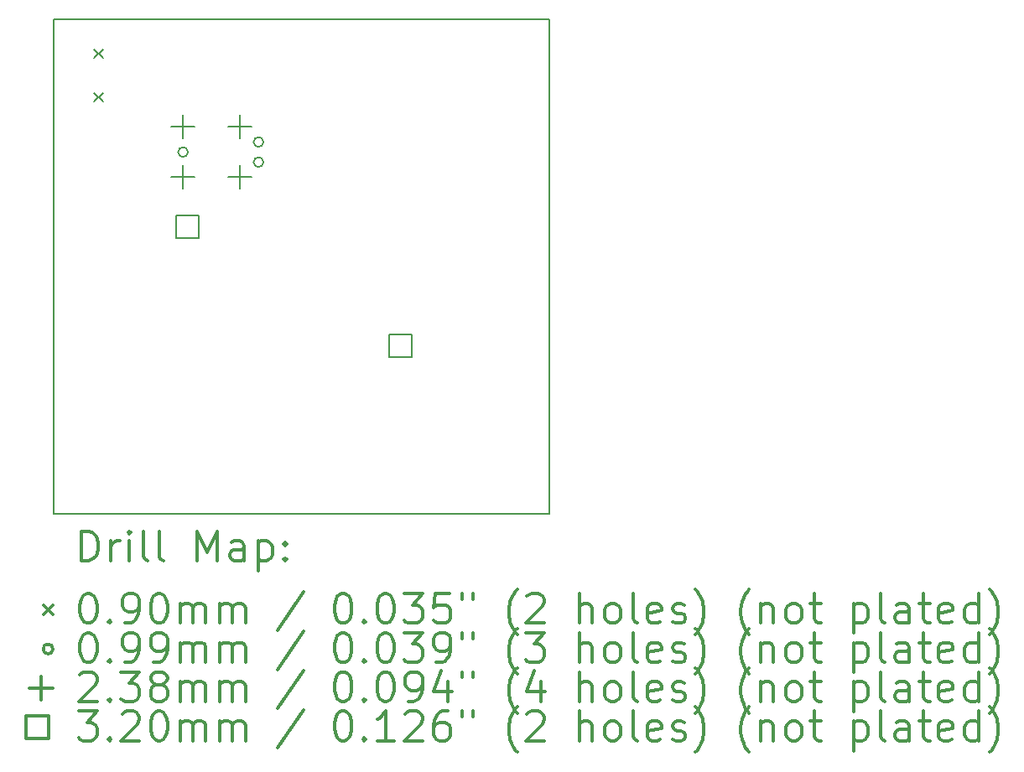
<source format=gbr>
%FSLAX45Y45*%
G04 Gerber Fmt 4.5, Leading zero omitted, Abs format (unit mm)*
G04 Created by KiCad (PCBNEW (2017-04-15 revision 60310b3d3)-makepkg) date 04/16/17 22:45:53*
%MOMM*%
%LPD*%
G01*
G04 APERTURE LIST*
%ADD10C,0.127000*%
%ADD11C,0.150000*%
%ADD12C,0.200000*%
%ADD13C,0.300000*%
G04 APERTURE END LIST*
D10*
D11*
X17500000Y-6500000D02*
X12500000Y-6500000D01*
X17500000Y-11500000D02*
X17500000Y-6500000D01*
X12500000Y-11500000D02*
X17500000Y-11500000D01*
X12500000Y-6500000D02*
X12500000Y-11500000D01*
D12*
X12906532Y-6804678D02*
X12996448Y-6894594D01*
X12996448Y-6804678D02*
X12906532Y-6894594D01*
X12906532Y-7244606D02*
X12996448Y-7334522D01*
X12996448Y-7244606D02*
X12906532Y-7334522D01*
X13855730Y-7844300D02*
G75*
G03X13855730Y-7844300I-49530J0D01*
G01*
X14617730Y-7742800D02*
G75*
G03X14617730Y-7742800I-49530J0D01*
G01*
X14617730Y-7945800D02*
G75*
G03X14617730Y-7945800I-49530J0D01*
G01*
X13806200Y-7471550D02*
X13806200Y-7709050D01*
X13687450Y-7590300D02*
X13924950Y-7590300D01*
X13806200Y-7979550D02*
X13806200Y-8217050D01*
X13687450Y-8098300D02*
X13924950Y-8098300D01*
X14377700Y-7471550D02*
X14377700Y-7709050D01*
X14258950Y-7590300D02*
X14496450Y-7590300D01*
X14377700Y-7979550D02*
X14377700Y-8217050D01*
X14258950Y-8098300D02*
X14496450Y-8098300D01*
X13963138Y-8713138D02*
X13963138Y-8486862D01*
X13736862Y-8486862D01*
X13736862Y-8713138D01*
X13963138Y-8713138D01*
X16113138Y-9913138D02*
X16113138Y-9686862D01*
X15886862Y-9686862D01*
X15886862Y-9913138D01*
X16113138Y-9913138D01*
D13*
X12778928Y-11973214D02*
X12778928Y-11673214D01*
X12850357Y-11673214D01*
X12893214Y-11687500D01*
X12921786Y-11716071D01*
X12936071Y-11744643D01*
X12950357Y-11801786D01*
X12950357Y-11844643D01*
X12936071Y-11901786D01*
X12921786Y-11930357D01*
X12893214Y-11958929D01*
X12850357Y-11973214D01*
X12778928Y-11973214D01*
X13078928Y-11973214D02*
X13078928Y-11773214D01*
X13078928Y-11830357D02*
X13093214Y-11801786D01*
X13107500Y-11787500D01*
X13136071Y-11773214D01*
X13164643Y-11773214D01*
X13264643Y-11973214D02*
X13264643Y-11773214D01*
X13264643Y-11673214D02*
X13250357Y-11687500D01*
X13264643Y-11701786D01*
X13278928Y-11687500D01*
X13264643Y-11673214D01*
X13264643Y-11701786D01*
X13450357Y-11973214D02*
X13421786Y-11958929D01*
X13407500Y-11930357D01*
X13407500Y-11673214D01*
X13607500Y-11973214D02*
X13578928Y-11958929D01*
X13564643Y-11930357D01*
X13564643Y-11673214D01*
X13950357Y-11973214D02*
X13950357Y-11673214D01*
X14050357Y-11887500D01*
X14150357Y-11673214D01*
X14150357Y-11973214D01*
X14421786Y-11973214D02*
X14421786Y-11816071D01*
X14407500Y-11787500D01*
X14378928Y-11773214D01*
X14321786Y-11773214D01*
X14293214Y-11787500D01*
X14421786Y-11958929D02*
X14393214Y-11973214D01*
X14321786Y-11973214D01*
X14293214Y-11958929D01*
X14278928Y-11930357D01*
X14278928Y-11901786D01*
X14293214Y-11873214D01*
X14321786Y-11858929D01*
X14393214Y-11858929D01*
X14421786Y-11844643D01*
X14564643Y-11773214D02*
X14564643Y-12073214D01*
X14564643Y-11787500D02*
X14593214Y-11773214D01*
X14650357Y-11773214D01*
X14678928Y-11787500D01*
X14693214Y-11801786D01*
X14707500Y-11830357D01*
X14707500Y-11916071D01*
X14693214Y-11944643D01*
X14678928Y-11958929D01*
X14650357Y-11973214D01*
X14593214Y-11973214D01*
X14564643Y-11958929D01*
X14836071Y-11944643D02*
X14850357Y-11958929D01*
X14836071Y-11973214D01*
X14821786Y-11958929D01*
X14836071Y-11944643D01*
X14836071Y-11973214D01*
X14836071Y-11787500D02*
X14850357Y-11801786D01*
X14836071Y-11816071D01*
X14821786Y-11801786D01*
X14836071Y-11787500D01*
X14836071Y-11816071D01*
X12402584Y-12422542D02*
X12492500Y-12512458D01*
X12492500Y-12422542D02*
X12402584Y-12512458D01*
X12836071Y-12303214D02*
X12864643Y-12303214D01*
X12893214Y-12317500D01*
X12907500Y-12331786D01*
X12921786Y-12360357D01*
X12936071Y-12417500D01*
X12936071Y-12488929D01*
X12921786Y-12546071D01*
X12907500Y-12574643D01*
X12893214Y-12588929D01*
X12864643Y-12603214D01*
X12836071Y-12603214D01*
X12807500Y-12588929D01*
X12793214Y-12574643D01*
X12778928Y-12546071D01*
X12764643Y-12488929D01*
X12764643Y-12417500D01*
X12778928Y-12360357D01*
X12793214Y-12331786D01*
X12807500Y-12317500D01*
X12836071Y-12303214D01*
X13064643Y-12574643D02*
X13078928Y-12588929D01*
X13064643Y-12603214D01*
X13050357Y-12588929D01*
X13064643Y-12574643D01*
X13064643Y-12603214D01*
X13221786Y-12603214D02*
X13278928Y-12603214D01*
X13307500Y-12588929D01*
X13321786Y-12574643D01*
X13350357Y-12531786D01*
X13364643Y-12474643D01*
X13364643Y-12360357D01*
X13350357Y-12331786D01*
X13336071Y-12317500D01*
X13307500Y-12303214D01*
X13250357Y-12303214D01*
X13221786Y-12317500D01*
X13207500Y-12331786D01*
X13193214Y-12360357D01*
X13193214Y-12431786D01*
X13207500Y-12460357D01*
X13221786Y-12474643D01*
X13250357Y-12488929D01*
X13307500Y-12488929D01*
X13336071Y-12474643D01*
X13350357Y-12460357D01*
X13364643Y-12431786D01*
X13550357Y-12303214D02*
X13578928Y-12303214D01*
X13607500Y-12317500D01*
X13621786Y-12331786D01*
X13636071Y-12360357D01*
X13650357Y-12417500D01*
X13650357Y-12488929D01*
X13636071Y-12546071D01*
X13621786Y-12574643D01*
X13607500Y-12588929D01*
X13578928Y-12603214D01*
X13550357Y-12603214D01*
X13521786Y-12588929D01*
X13507500Y-12574643D01*
X13493214Y-12546071D01*
X13478928Y-12488929D01*
X13478928Y-12417500D01*
X13493214Y-12360357D01*
X13507500Y-12331786D01*
X13521786Y-12317500D01*
X13550357Y-12303214D01*
X13778928Y-12603214D02*
X13778928Y-12403214D01*
X13778928Y-12431786D02*
X13793214Y-12417500D01*
X13821786Y-12403214D01*
X13864643Y-12403214D01*
X13893214Y-12417500D01*
X13907500Y-12446071D01*
X13907500Y-12603214D01*
X13907500Y-12446071D02*
X13921786Y-12417500D01*
X13950357Y-12403214D01*
X13993214Y-12403214D01*
X14021786Y-12417500D01*
X14036071Y-12446071D01*
X14036071Y-12603214D01*
X14178928Y-12603214D02*
X14178928Y-12403214D01*
X14178928Y-12431786D02*
X14193214Y-12417500D01*
X14221786Y-12403214D01*
X14264643Y-12403214D01*
X14293214Y-12417500D01*
X14307500Y-12446071D01*
X14307500Y-12603214D01*
X14307500Y-12446071D02*
X14321786Y-12417500D01*
X14350357Y-12403214D01*
X14393214Y-12403214D01*
X14421786Y-12417500D01*
X14436071Y-12446071D01*
X14436071Y-12603214D01*
X15021786Y-12288929D02*
X14764643Y-12674643D01*
X15407500Y-12303214D02*
X15436071Y-12303214D01*
X15464643Y-12317500D01*
X15478928Y-12331786D01*
X15493214Y-12360357D01*
X15507500Y-12417500D01*
X15507500Y-12488929D01*
X15493214Y-12546071D01*
X15478928Y-12574643D01*
X15464643Y-12588929D01*
X15436071Y-12603214D01*
X15407500Y-12603214D01*
X15378928Y-12588929D01*
X15364643Y-12574643D01*
X15350357Y-12546071D01*
X15336071Y-12488929D01*
X15336071Y-12417500D01*
X15350357Y-12360357D01*
X15364643Y-12331786D01*
X15378928Y-12317500D01*
X15407500Y-12303214D01*
X15636071Y-12574643D02*
X15650357Y-12588929D01*
X15636071Y-12603214D01*
X15621786Y-12588929D01*
X15636071Y-12574643D01*
X15636071Y-12603214D01*
X15836071Y-12303214D02*
X15864643Y-12303214D01*
X15893214Y-12317500D01*
X15907500Y-12331786D01*
X15921786Y-12360357D01*
X15936071Y-12417500D01*
X15936071Y-12488929D01*
X15921786Y-12546071D01*
X15907500Y-12574643D01*
X15893214Y-12588929D01*
X15864643Y-12603214D01*
X15836071Y-12603214D01*
X15807500Y-12588929D01*
X15793214Y-12574643D01*
X15778928Y-12546071D01*
X15764643Y-12488929D01*
X15764643Y-12417500D01*
X15778928Y-12360357D01*
X15793214Y-12331786D01*
X15807500Y-12317500D01*
X15836071Y-12303214D01*
X16036071Y-12303214D02*
X16221786Y-12303214D01*
X16121786Y-12417500D01*
X16164643Y-12417500D01*
X16193214Y-12431786D01*
X16207500Y-12446071D01*
X16221786Y-12474643D01*
X16221786Y-12546071D01*
X16207500Y-12574643D01*
X16193214Y-12588929D01*
X16164643Y-12603214D01*
X16078928Y-12603214D01*
X16050357Y-12588929D01*
X16036071Y-12574643D01*
X16493214Y-12303214D02*
X16350357Y-12303214D01*
X16336071Y-12446071D01*
X16350357Y-12431786D01*
X16378928Y-12417500D01*
X16450357Y-12417500D01*
X16478928Y-12431786D01*
X16493214Y-12446071D01*
X16507500Y-12474643D01*
X16507500Y-12546071D01*
X16493214Y-12574643D01*
X16478928Y-12588929D01*
X16450357Y-12603214D01*
X16378928Y-12603214D01*
X16350357Y-12588929D01*
X16336071Y-12574643D01*
X16621786Y-12303214D02*
X16621786Y-12360357D01*
X16736071Y-12303214D02*
X16736071Y-12360357D01*
X17178928Y-12717500D02*
X17164643Y-12703214D01*
X17136071Y-12660357D01*
X17121786Y-12631786D01*
X17107500Y-12588929D01*
X17093214Y-12517500D01*
X17093214Y-12460357D01*
X17107500Y-12388929D01*
X17121786Y-12346071D01*
X17136071Y-12317500D01*
X17164643Y-12274643D01*
X17178928Y-12260357D01*
X17278928Y-12331786D02*
X17293214Y-12317500D01*
X17321786Y-12303214D01*
X17393214Y-12303214D01*
X17421786Y-12317500D01*
X17436071Y-12331786D01*
X17450357Y-12360357D01*
X17450357Y-12388929D01*
X17436071Y-12431786D01*
X17264643Y-12603214D01*
X17450357Y-12603214D01*
X17807500Y-12603214D02*
X17807500Y-12303214D01*
X17936071Y-12603214D02*
X17936071Y-12446071D01*
X17921786Y-12417500D01*
X17893214Y-12403214D01*
X17850357Y-12403214D01*
X17821786Y-12417500D01*
X17807500Y-12431786D01*
X18121786Y-12603214D02*
X18093214Y-12588929D01*
X18078928Y-12574643D01*
X18064643Y-12546071D01*
X18064643Y-12460357D01*
X18078928Y-12431786D01*
X18093214Y-12417500D01*
X18121786Y-12403214D01*
X18164643Y-12403214D01*
X18193214Y-12417500D01*
X18207500Y-12431786D01*
X18221786Y-12460357D01*
X18221786Y-12546071D01*
X18207500Y-12574643D01*
X18193214Y-12588929D01*
X18164643Y-12603214D01*
X18121786Y-12603214D01*
X18393214Y-12603214D02*
X18364643Y-12588929D01*
X18350357Y-12560357D01*
X18350357Y-12303214D01*
X18621786Y-12588929D02*
X18593214Y-12603214D01*
X18536071Y-12603214D01*
X18507500Y-12588929D01*
X18493214Y-12560357D01*
X18493214Y-12446071D01*
X18507500Y-12417500D01*
X18536071Y-12403214D01*
X18593214Y-12403214D01*
X18621786Y-12417500D01*
X18636071Y-12446071D01*
X18636071Y-12474643D01*
X18493214Y-12503214D01*
X18750357Y-12588929D02*
X18778928Y-12603214D01*
X18836071Y-12603214D01*
X18864643Y-12588929D01*
X18878928Y-12560357D01*
X18878928Y-12546071D01*
X18864643Y-12517500D01*
X18836071Y-12503214D01*
X18793214Y-12503214D01*
X18764643Y-12488929D01*
X18750357Y-12460357D01*
X18750357Y-12446071D01*
X18764643Y-12417500D01*
X18793214Y-12403214D01*
X18836071Y-12403214D01*
X18864643Y-12417500D01*
X18978928Y-12717500D02*
X18993214Y-12703214D01*
X19021786Y-12660357D01*
X19036071Y-12631786D01*
X19050357Y-12588929D01*
X19064643Y-12517500D01*
X19064643Y-12460357D01*
X19050357Y-12388929D01*
X19036071Y-12346071D01*
X19021786Y-12317500D01*
X18993214Y-12274643D01*
X18978928Y-12260357D01*
X19521786Y-12717500D02*
X19507500Y-12703214D01*
X19478928Y-12660357D01*
X19464643Y-12631786D01*
X19450357Y-12588929D01*
X19436071Y-12517500D01*
X19436071Y-12460357D01*
X19450357Y-12388929D01*
X19464643Y-12346071D01*
X19478928Y-12317500D01*
X19507500Y-12274643D01*
X19521786Y-12260357D01*
X19636071Y-12403214D02*
X19636071Y-12603214D01*
X19636071Y-12431786D02*
X19650357Y-12417500D01*
X19678928Y-12403214D01*
X19721786Y-12403214D01*
X19750357Y-12417500D01*
X19764643Y-12446071D01*
X19764643Y-12603214D01*
X19950357Y-12603214D02*
X19921786Y-12588929D01*
X19907500Y-12574643D01*
X19893214Y-12546071D01*
X19893214Y-12460357D01*
X19907500Y-12431786D01*
X19921786Y-12417500D01*
X19950357Y-12403214D01*
X19993214Y-12403214D01*
X20021786Y-12417500D01*
X20036071Y-12431786D01*
X20050357Y-12460357D01*
X20050357Y-12546071D01*
X20036071Y-12574643D01*
X20021786Y-12588929D01*
X19993214Y-12603214D01*
X19950357Y-12603214D01*
X20136071Y-12403214D02*
X20250357Y-12403214D01*
X20178928Y-12303214D02*
X20178928Y-12560357D01*
X20193214Y-12588929D01*
X20221786Y-12603214D01*
X20250357Y-12603214D01*
X20578928Y-12403214D02*
X20578928Y-12703214D01*
X20578928Y-12417500D02*
X20607500Y-12403214D01*
X20664643Y-12403214D01*
X20693214Y-12417500D01*
X20707500Y-12431786D01*
X20721786Y-12460357D01*
X20721786Y-12546071D01*
X20707500Y-12574643D01*
X20693214Y-12588929D01*
X20664643Y-12603214D01*
X20607500Y-12603214D01*
X20578928Y-12588929D01*
X20893214Y-12603214D02*
X20864643Y-12588929D01*
X20850357Y-12560357D01*
X20850357Y-12303214D01*
X21136071Y-12603214D02*
X21136071Y-12446071D01*
X21121786Y-12417500D01*
X21093214Y-12403214D01*
X21036071Y-12403214D01*
X21007500Y-12417500D01*
X21136071Y-12588929D02*
X21107500Y-12603214D01*
X21036071Y-12603214D01*
X21007500Y-12588929D01*
X20993214Y-12560357D01*
X20993214Y-12531786D01*
X21007500Y-12503214D01*
X21036071Y-12488929D01*
X21107500Y-12488929D01*
X21136071Y-12474643D01*
X21236071Y-12403214D02*
X21350357Y-12403214D01*
X21278928Y-12303214D02*
X21278928Y-12560357D01*
X21293214Y-12588929D01*
X21321786Y-12603214D01*
X21350357Y-12603214D01*
X21564643Y-12588929D02*
X21536071Y-12603214D01*
X21478928Y-12603214D01*
X21450357Y-12588929D01*
X21436071Y-12560357D01*
X21436071Y-12446071D01*
X21450357Y-12417500D01*
X21478928Y-12403214D01*
X21536071Y-12403214D01*
X21564643Y-12417500D01*
X21578928Y-12446071D01*
X21578928Y-12474643D01*
X21436071Y-12503214D01*
X21836071Y-12603214D02*
X21836071Y-12303214D01*
X21836071Y-12588929D02*
X21807500Y-12603214D01*
X21750357Y-12603214D01*
X21721786Y-12588929D01*
X21707500Y-12574643D01*
X21693214Y-12546071D01*
X21693214Y-12460357D01*
X21707500Y-12431786D01*
X21721786Y-12417500D01*
X21750357Y-12403214D01*
X21807500Y-12403214D01*
X21836071Y-12417500D01*
X21950357Y-12717500D02*
X21964643Y-12703214D01*
X21993214Y-12660357D01*
X22007500Y-12631786D01*
X22021786Y-12588929D01*
X22036071Y-12517500D01*
X22036071Y-12460357D01*
X22021786Y-12388929D01*
X22007500Y-12346071D01*
X21993214Y-12317500D01*
X21964643Y-12274643D01*
X21950357Y-12260357D01*
X12492500Y-12863500D02*
G75*
G03X12492500Y-12863500I-49530J0D01*
G01*
X12836071Y-12699214D02*
X12864643Y-12699214D01*
X12893214Y-12713500D01*
X12907500Y-12727786D01*
X12921786Y-12756357D01*
X12936071Y-12813500D01*
X12936071Y-12884929D01*
X12921786Y-12942071D01*
X12907500Y-12970643D01*
X12893214Y-12984929D01*
X12864643Y-12999214D01*
X12836071Y-12999214D01*
X12807500Y-12984929D01*
X12793214Y-12970643D01*
X12778928Y-12942071D01*
X12764643Y-12884929D01*
X12764643Y-12813500D01*
X12778928Y-12756357D01*
X12793214Y-12727786D01*
X12807500Y-12713500D01*
X12836071Y-12699214D01*
X13064643Y-12970643D02*
X13078928Y-12984929D01*
X13064643Y-12999214D01*
X13050357Y-12984929D01*
X13064643Y-12970643D01*
X13064643Y-12999214D01*
X13221786Y-12999214D02*
X13278928Y-12999214D01*
X13307500Y-12984929D01*
X13321786Y-12970643D01*
X13350357Y-12927786D01*
X13364643Y-12870643D01*
X13364643Y-12756357D01*
X13350357Y-12727786D01*
X13336071Y-12713500D01*
X13307500Y-12699214D01*
X13250357Y-12699214D01*
X13221786Y-12713500D01*
X13207500Y-12727786D01*
X13193214Y-12756357D01*
X13193214Y-12827786D01*
X13207500Y-12856357D01*
X13221786Y-12870643D01*
X13250357Y-12884929D01*
X13307500Y-12884929D01*
X13336071Y-12870643D01*
X13350357Y-12856357D01*
X13364643Y-12827786D01*
X13507500Y-12999214D02*
X13564643Y-12999214D01*
X13593214Y-12984929D01*
X13607500Y-12970643D01*
X13636071Y-12927786D01*
X13650357Y-12870643D01*
X13650357Y-12756357D01*
X13636071Y-12727786D01*
X13621786Y-12713500D01*
X13593214Y-12699214D01*
X13536071Y-12699214D01*
X13507500Y-12713500D01*
X13493214Y-12727786D01*
X13478928Y-12756357D01*
X13478928Y-12827786D01*
X13493214Y-12856357D01*
X13507500Y-12870643D01*
X13536071Y-12884929D01*
X13593214Y-12884929D01*
X13621786Y-12870643D01*
X13636071Y-12856357D01*
X13650357Y-12827786D01*
X13778928Y-12999214D02*
X13778928Y-12799214D01*
X13778928Y-12827786D02*
X13793214Y-12813500D01*
X13821786Y-12799214D01*
X13864643Y-12799214D01*
X13893214Y-12813500D01*
X13907500Y-12842071D01*
X13907500Y-12999214D01*
X13907500Y-12842071D02*
X13921786Y-12813500D01*
X13950357Y-12799214D01*
X13993214Y-12799214D01*
X14021786Y-12813500D01*
X14036071Y-12842071D01*
X14036071Y-12999214D01*
X14178928Y-12999214D02*
X14178928Y-12799214D01*
X14178928Y-12827786D02*
X14193214Y-12813500D01*
X14221786Y-12799214D01*
X14264643Y-12799214D01*
X14293214Y-12813500D01*
X14307500Y-12842071D01*
X14307500Y-12999214D01*
X14307500Y-12842071D02*
X14321786Y-12813500D01*
X14350357Y-12799214D01*
X14393214Y-12799214D01*
X14421786Y-12813500D01*
X14436071Y-12842071D01*
X14436071Y-12999214D01*
X15021786Y-12684929D02*
X14764643Y-13070643D01*
X15407500Y-12699214D02*
X15436071Y-12699214D01*
X15464643Y-12713500D01*
X15478928Y-12727786D01*
X15493214Y-12756357D01*
X15507500Y-12813500D01*
X15507500Y-12884929D01*
X15493214Y-12942071D01*
X15478928Y-12970643D01*
X15464643Y-12984929D01*
X15436071Y-12999214D01*
X15407500Y-12999214D01*
X15378928Y-12984929D01*
X15364643Y-12970643D01*
X15350357Y-12942071D01*
X15336071Y-12884929D01*
X15336071Y-12813500D01*
X15350357Y-12756357D01*
X15364643Y-12727786D01*
X15378928Y-12713500D01*
X15407500Y-12699214D01*
X15636071Y-12970643D02*
X15650357Y-12984929D01*
X15636071Y-12999214D01*
X15621786Y-12984929D01*
X15636071Y-12970643D01*
X15636071Y-12999214D01*
X15836071Y-12699214D02*
X15864643Y-12699214D01*
X15893214Y-12713500D01*
X15907500Y-12727786D01*
X15921786Y-12756357D01*
X15936071Y-12813500D01*
X15936071Y-12884929D01*
X15921786Y-12942071D01*
X15907500Y-12970643D01*
X15893214Y-12984929D01*
X15864643Y-12999214D01*
X15836071Y-12999214D01*
X15807500Y-12984929D01*
X15793214Y-12970643D01*
X15778928Y-12942071D01*
X15764643Y-12884929D01*
X15764643Y-12813500D01*
X15778928Y-12756357D01*
X15793214Y-12727786D01*
X15807500Y-12713500D01*
X15836071Y-12699214D01*
X16036071Y-12699214D02*
X16221786Y-12699214D01*
X16121786Y-12813500D01*
X16164643Y-12813500D01*
X16193214Y-12827786D01*
X16207500Y-12842071D01*
X16221786Y-12870643D01*
X16221786Y-12942071D01*
X16207500Y-12970643D01*
X16193214Y-12984929D01*
X16164643Y-12999214D01*
X16078928Y-12999214D01*
X16050357Y-12984929D01*
X16036071Y-12970643D01*
X16364643Y-12999214D02*
X16421786Y-12999214D01*
X16450357Y-12984929D01*
X16464643Y-12970643D01*
X16493214Y-12927786D01*
X16507500Y-12870643D01*
X16507500Y-12756357D01*
X16493214Y-12727786D01*
X16478928Y-12713500D01*
X16450357Y-12699214D01*
X16393214Y-12699214D01*
X16364643Y-12713500D01*
X16350357Y-12727786D01*
X16336071Y-12756357D01*
X16336071Y-12827786D01*
X16350357Y-12856357D01*
X16364643Y-12870643D01*
X16393214Y-12884929D01*
X16450357Y-12884929D01*
X16478928Y-12870643D01*
X16493214Y-12856357D01*
X16507500Y-12827786D01*
X16621786Y-12699214D02*
X16621786Y-12756357D01*
X16736071Y-12699214D02*
X16736071Y-12756357D01*
X17178928Y-13113500D02*
X17164643Y-13099214D01*
X17136071Y-13056357D01*
X17121786Y-13027786D01*
X17107500Y-12984929D01*
X17093214Y-12913500D01*
X17093214Y-12856357D01*
X17107500Y-12784929D01*
X17121786Y-12742071D01*
X17136071Y-12713500D01*
X17164643Y-12670643D01*
X17178928Y-12656357D01*
X17264643Y-12699214D02*
X17450357Y-12699214D01*
X17350357Y-12813500D01*
X17393214Y-12813500D01*
X17421786Y-12827786D01*
X17436071Y-12842071D01*
X17450357Y-12870643D01*
X17450357Y-12942071D01*
X17436071Y-12970643D01*
X17421786Y-12984929D01*
X17393214Y-12999214D01*
X17307500Y-12999214D01*
X17278928Y-12984929D01*
X17264643Y-12970643D01*
X17807500Y-12999214D02*
X17807500Y-12699214D01*
X17936071Y-12999214D02*
X17936071Y-12842071D01*
X17921786Y-12813500D01*
X17893214Y-12799214D01*
X17850357Y-12799214D01*
X17821786Y-12813500D01*
X17807500Y-12827786D01*
X18121786Y-12999214D02*
X18093214Y-12984929D01*
X18078928Y-12970643D01*
X18064643Y-12942071D01*
X18064643Y-12856357D01*
X18078928Y-12827786D01*
X18093214Y-12813500D01*
X18121786Y-12799214D01*
X18164643Y-12799214D01*
X18193214Y-12813500D01*
X18207500Y-12827786D01*
X18221786Y-12856357D01*
X18221786Y-12942071D01*
X18207500Y-12970643D01*
X18193214Y-12984929D01*
X18164643Y-12999214D01*
X18121786Y-12999214D01*
X18393214Y-12999214D02*
X18364643Y-12984929D01*
X18350357Y-12956357D01*
X18350357Y-12699214D01*
X18621786Y-12984929D02*
X18593214Y-12999214D01*
X18536071Y-12999214D01*
X18507500Y-12984929D01*
X18493214Y-12956357D01*
X18493214Y-12842071D01*
X18507500Y-12813500D01*
X18536071Y-12799214D01*
X18593214Y-12799214D01*
X18621786Y-12813500D01*
X18636071Y-12842071D01*
X18636071Y-12870643D01*
X18493214Y-12899214D01*
X18750357Y-12984929D02*
X18778928Y-12999214D01*
X18836071Y-12999214D01*
X18864643Y-12984929D01*
X18878928Y-12956357D01*
X18878928Y-12942071D01*
X18864643Y-12913500D01*
X18836071Y-12899214D01*
X18793214Y-12899214D01*
X18764643Y-12884929D01*
X18750357Y-12856357D01*
X18750357Y-12842071D01*
X18764643Y-12813500D01*
X18793214Y-12799214D01*
X18836071Y-12799214D01*
X18864643Y-12813500D01*
X18978928Y-13113500D02*
X18993214Y-13099214D01*
X19021786Y-13056357D01*
X19036071Y-13027786D01*
X19050357Y-12984929D01*
X19064643Y-12913500D01*
X19064643Y-12856357D01*
X19050357Y-12784929D01*
X19036071Y-12742071D01*
X19021786Y-12713500D01*
X18993214Y-12670643D01*
X18978928Y-12656357D01*
X19521786Y-13113500D02*
X19507500Y-13099214D01*
X19478928Y-13056357D01*
X19464643Y-13027786D01*
X19450357Y-12984929D01*
X19436071Y-12913500D01*
X19436071Y-12856357D01*
X19450357Y-12784929D01*
X19464643Y-12742071D01*
X19478928Y-12713500D01*
X19507500Y-12670643D01*
X19521786Y-12656357D01*
X19636071Y-12799214D02*
X19636071Y-12999214D01*
X19636071Y-12827786D02*
X19650357Y-12813500D01*
X19678928Y-12799214D01*
X19721786Y-12799214D01*
X19750357Y-12813500D01*
X19764643Y-12842071D01*
X19764643Y-12999214D01*
X19950357Y-12999214D02*
X19921786Y-12984929D01*
X19907500Y-12970643D01*
X19893214Y-12942071D01*
X19893214Y-12856357D01*
X19907500Y-12827786D01*
X19921786Y-12813500D01*
X19950357Y-12799214D01*
X19993214Y-12799214D01*
X20021786Y-12813500D01*
X20036071Y-12827786D01*
X20050357Y-12856357D01*
X20050357Y-12942071D01*
X20036071Y-12970643D01*
X20021786Y-12984929D01*
X19993214Y-12999214D01*
X19950357Y-12999214D01*
X20136071Y-12799214D02*
X20250357Y-12799214D01*
X20178928Y-12699214D02*
X20178928Y-12956357D01*
X20193214Y-12984929D01*
X20221786Y-12999214D01*
X20250357Y-12999214D01*
X20578928Y-12799214D02*
X20578928Y-13099214D01*
X20578928Y-12813500D02*
X20607500Y-12799214D01*
X20664643Y-12799214D01*
X20693214Y-12813500D01*
X20707500Y-12827786D01*
X20721786Y-12856357D01*
X20721786Y-12942071D01*
X20707500Y-12970643D01*
X20693214Y-12984929D01*
X20664643Y-12999214D01*
X20607500Y-12999214D01*
X20578928Y-12984929D01*
X20893214Y-12999214D02*
X20864643Y-12984929D01*
X20850357Y-12956357D01*
X20850357Y-12699214D01*
X21136071Y-12999214D02*
X21136071Y-12842071D01*
X21121786Y-12813500D01*
X21093214Y-12799214D01*
X21036071Y-12799214D01*
X21007500Y-12813500D01*
X21136071Y-12984929D02*
X21107500Y-12999214D01*
X21036071Y-12999214D01*
X21007500Y-12984929D01*
X20993214Y-12956357D01*
X20993214Y-12927786D01*
X21007500Y-12899214D01*
X21036071Y-12884929D01*
X21107500Y-12884929D01*
X21136071Y-12870643D01*
X21236071Y-12799214D02*
X21350357Y-12799214D01*
X21278928Y-12699214D02*
X21278928Y-12956357D01*
X21293214Y-12984929D01*
X21321786Y-12999214D01*
X21350357Y-12999214D01*
X21564643Y-12984929D02*
X21536071Y-12999214D01*
X21478928Y-12999214D01*
X21450357Y-12984929D01*
X21436071Y-12956357D01*
X21436071Y-12842071D01*
X21450357Y-12813500D01*
X21478928Y-12799214D01*
X21536071Y-12799214D01*
X21564643Y-12813500D01*
X21578928Y-12842071D01*
X21578928Y-12870643D01*
X21436071Y-12899214D01*
X21836071Y-12999214D02*
X21836071Y-12699214D01*
X21836071Y-12984929D02*
X21807500Y-12999214D01*
X21750357Y-12999214D01*
X21721786Y-12984929D01*
X21707500Y-12970643D01*
X21693214Y-12942071D01*
X21693214Y-12856357D01*
X21707500Y-12827786D01*
X21721786Y-12813500D01*
X21750357Y-12799214D01*
X21807500Y-12799214D01*
X21836071Y-12813500D01*
X21950357Y-13113500D02*
X21964643Y-13099214D01*
X21993214Y-13056357D01*
X22007500Y-13027786D01*
X22021786Y-12984929D01*
X22036071Y-12913500D01*
X22036071Y-12856357D01*
X22021786Y-12784929D01*
X22007500Y-12742071D01*
X21993214Y-12713500D01*
X21964643Y-12670643D01*
X21950357Y-12656357D01*
X12373750Y-13140750D02*
X12373750Y-13378250D01*
X12255000Y-13259500D02*
X12492500Y-13259500D01*
X12764643Y-13123786D02*
X12778928Y-13109500D01*
X12807500Y-13095214D01*
X12878928Y-13095214D01*
X12907500Y-13109500D01*
X12921786Y-13123786D01*
X12936071Y-13152357D01*
X12936071Y-13180929D01*
X12921786Y-13223786D01*
X12750357Y-13395214D01*
X12936071Y-13395214D01*
X13064643Y-13366643D02*
X13078928Y-13380929D01*
X13064643Y-13395214D01*
X13050357Y-13380929D01*
X13064643Y-13366643D01*
X13064643Y-13395214D01*
X13178928Y-13095214D02*
X13364643Y-13095214D01*
X13264643Y-13209500D01*
X13307500Y-13209500D01*
X13336071Y-13223786D01*
X13350357Y-13238071D01*
X13364643Y-13266643D01*
X13364643Y-13338071D01*
X13350357Y-13366643D01*
X13336071Y-13380929D01*
X13307500Y-13395214D01*
X13221786Y-13395214D01*
X13193214Y-13380929D01*
X13178928Y-13366643D01*
X13536071Y-13223786D02*
X13507500Y-13209500D01*
X13493214Y-13195214D01*
X13478928Y-13166643D01*
X13478928Y-13152357D01*
X13493214Y-13123786D01*
X13507500Y-13109500D01*
X13536071Y-13095214D01*
X13593214Y-13095214D01*
X13621786Y-13109500D01*
X13636071Y-13123786D01*
X13650357Y-13152357D01*
X13650357Y-13166643D01*
X13636071Y-13195214D01*
X13621786Y-13209500D01*
X13593214Y-13223786D01*
X13536071Y-13223786D01*
X13507500Y-13238071D01*
X13493214Y-13252357D01*
X13478928Y-13280929D01*
X13478928Y-13338071D01*
X13493214Y-13366643D01*
X13507500Y-13380929D01*
X13536071Y-13395214D01*
X13593214Y-13395214D01*
X13621786Y-13380929D01*
X13636071Y-13366643D01*
X13650357Y-13338071D01*
X13650357Y-13280929D01*
X13636071Y-13252357D01*
X13621786Y-13238071D01*
X13593214Y-13223786D01*
X13778928Y-13395214D02*
X13778928Y-13195214D01*
X13778928Y-13223786D02*
X13793214Y-13209500D01*
X13821786Y-13195214D01*
X13864643Y-13195214D01*
X13893214Y-13209500D01*
X13907500Y-13238071D01*
X13907500Y-13395214D01*
X13907500Y-13238071D02*
X13921786Y-13209500D01*
X13950357Y-13195214D01*
X13993214Y-13195214D01*
X14021786Y-13209500D01*
X14036071Y-13238071D01*
X14036071Y-13395214D01*
X14178928Y-13395214D02*
X14178928Y-13195214D01*
X14178928Y-13223786D02*
X14193214Y-13209500D01*
X14221786Y-13195214D01*
X14264643Y-13195214D01*
X14293214Y-13209500D01*
X14307500Y-13238071D01*
X14307500Y-13395214D01*
X14307500Y-13238071D02*
X14321786Y-13209500D01*
X14350357Y-13195214D01*
X14393214Y-13195214D01*
X14421786Y-13209500D01*
X14436071Y-13238071D01*
X14436071Y-13395214D01*
X15021786Y-13080929D02*
X14764643Y-13466643D01*
X15407500Y-13095214D02*
X15436071Y-13095214D01*
X15464643Y-13109500D01*
X15478928Y-13123786D01*
X15493214Y-13152357D01*
X15507500Y-13209500D01*
X15507500Y-13280929D01*
X15493214Y-13338071D01*
X15478928Y-13366643D01*
X15464643Y-13380929D01*
X15436071Y-13395214D01*
X15407500Y-13395214D01*
X15378928Y-13380929D01*
X15364643Y-13366643D01*
X15350357Y-13338071D01*
X15336071Y-13280929D01*
X15336071Y-13209500D01*
X15350357Y-13152357D01*
X15364643Y-13123786D01*
X15378928Y-13109500D01*
X15407500Y-13095214D01*
X15636071Y-13366643D02*
X15650357Y-13380929D01*
X15636071Y-13395214D01*
X15621786Y-13380929D01*
X15636071Y-13366643D01*
X15636071Y-13395214D01*
X15836071Y-13095214D02*
X15864643Y-13095214D01*
X15893214Y-13109500D01*
X15907500Y-13123786D01*
X15921786Y-13152357D01*
X15936071Y-13209500D01*
X15936071Y-13280929D01*
X15921786Y-13338071D01*
X15907500Y-13366643D01*
X15893214Y-13380929D01*
X15864643Y-13395214D01*
X15836071Y-13395214D01*
X15807500Y-13380929D01*
X15793214Y-13366643D01*
X15778928Y-13338071D01*
X15764643Y-13280929D01*
X15764643Y-13209500D01*
X15778928Y-13152357D01*
X15793214Y-13123786D01*
X15807500Y-13109500D01*
X15836071Y-13095214D01*
X16078928Y-13395214D02*
X16136071Y-13395214D01*
X16164643Y-13380929D01*
X16178928Y-13366643D01*
X16207500Y-13323786D01*
X16221786Y-13266643D01*
X16221786Y-13152357D01*
X16207500Y-13123786D01*
X16193214Y-13109500D01*
X16164643Y-13095214D01*
X16107500Y-13095214D01*
X16078928Y-13109500D01*
X16064643Y-13123786D01*
X16050357Y-13152357D01*
X16050357Y-13223786D01*
X16064643Y-13252357D01*
X16078928Y-13266643D01*
X16107500Y-13280929D01*
X16164643Y-13280929D01*
X16193214Y-13266643D01*
X16207500Y-13252357D01*
X16221786Y-13223786D01*
X16478928Y-13195214D02*
X16478928Y-13395214D01*
X16407500Y-13080929D02*
X16336071Y-13295214D01*
X16521786Y-13295214D01*
X16621786Y-13095214D02*
X16621786Y-13152357D01*
X16736071Y-13095214D02*
X16736071Y-13152357D01*
X17178928Y-13509500D02*
X17164643Y-13495214D01*
X17136071Y-13452357D01*
X17121786Y-13423786D01*
X17107500Y-13380929D01*
X17093214Y-13309500D01*
X17093214Y-13252357D01*
X17107500Y-13180929D01*
X17121786Y-13138071D01*
X17136071Y-13109500D01*
X17164643Y-13066643D01*
X17178928Y-13052357D01*
X17421786Y-13195214D02*
X17421786Y-13395214D01*
X17350357Y-13080929D02*
X17278928Y-13295214D01*
X17464643Y-13295214D01*
X17807500Y-13395214D02*
X17807500Y-13095214D01*
X17936071Y-13395214D02*
X17936071Y-13238071D01*
X17921786Y-13209500D01*
X17893214Y-13195214D01*
X17850357Y-13195214D01*
X17821786Y-13209500D01*
X17807500Y-13223786D01*
X18121786Y-13395214D02*
X18093214Y-13380929D01*
X18078928Y-13366643D01*
X18064643Y-13338071D01*
X18064643Y-13252357D01*
X18078928Y-13223786D01*
X18093214Y-13209500D01*
X18121786Y-13195214D01*
X18164643Y-13195214D01*
X18193214Y-13209500D01*
X18207500Y-13223786D01*
X18221786Y-13252357D01*
X18221786Y-13338071D01*
X18207500Y-13366643D01*
X18193214Y-13380929D01*
X18164643Y-13395214D01*
X18121786Y-13395214D01*
X18393214Y-13395214D02*
X18364643Y-13380929D01*
X18350357Y-13352357D01*
X18350357Y-13095214D01*
X18621786Y-13380929D02*
X18593214Y-13395214D01*
X18536071Y-13395214D01*
X18507500Y-13380929D01*
X18493214Y-13352357D01*
X18493214Y-13238071D01*
X18507500Y-13209500D01*
X18536071Y-13195214D01*
X18593214Y-13195214D01*
X18621786Y-13209500D01*
X18636071Y-13238071D01*
X18636071Y-13266643D01*
X18493214Y-13295214D01*
X18750357Y-13380929D02*
X18778928Y-13395214D01*
X18836071Y-13395214D01*
X18864643Y-13380929D01*
X18878928Y-13352357D01*
X18878928Y-13338071D01*
X18864643Y-13309500D01*
X18836071Y-13295214D01*
X18793214Y-13295214D01*
X18764643Y-13280929D01*
X18750357Y-13252357D01*
X18750357Y-13238071D01*
X18764643Y-13209500D01*
X18793214Y-13195214D01*
X18836071Y-13195214D01*
X18864643Y-13209500D01*
X18978928Y-13509500D02*
X18993214Y-13495214D01*
X19021786Y-13452357D01*
X19036071Y-13423786D01*
X19050357Y-13380929D01*
X19064643Y-13309500D01*
X19064643Y-13252357D01*
X19050357Y-13180929D01*
X19036071Y-13138071D01*
X19021786Y-13109500D01*
X18993214Y-13066643D01*
X18978928Y-13052357D01*
X19521786Y-13509500D02*
X19507500Y-13495214D01*
X19478928Y-13452357D01*
X19464643Y-13423786D01*
X19450357Y-13380929D01*
X19436071Y-13309500D01*
X19436071Y-13252357D01*
X19450357Y-13180929D01*
X19464643Y-13138071D01*
X19478928Y-13109500D01*
X19507500Y-13066643D01*
X19521786Y-13052357D01*
X19636071Y-13195214D02*
X19636071Y-13395214D01*
X19636071Y-13223786D02*
X19650357Y-13209500D01*
X19678928Y-13195214D01*
X19721786Y-13195214D01*
X19750357Y-13209500D01*
X19764643Y-13238071D01*
X19764643Y-13395214D01*
X19950357Y-13395214D02*
X19921786Y-13380929D01*
X19907500Y-13366643D01*
X19893214Y-13338071D01*
X19893214Y-13252357D01*
X19907500Y-13223786D01*
X19921786Y-13209500D01*
X19950357Y-13195214D01*
X19993214Y-13195214D01*
X20021786Y-13209500D01*
X20036071Y-13223786D01*
X20050357Y-13252357D01*
X20050357Y-13338071D01*
X20036071Y-13366643D01*
X20021786Y-13380929D01*
X19993214Y-13395214D01*
X19950357Y-13395214D01*
X20136071Y-13195214D02*
X20250357Y-13195214D01*
X20178928Y-13095214D02*
X20178928Y-13352357D01*
X20193214Y-13380929D01*
X20221786Y-13395214D01*
X20250357Y-13395214D01*
X20578928Y-13195214D02*
X20578928Y-13495214D01*
X20578928Y-13209500D02*
X20607500Y-13195214D01*
X20664643Y-13195214D01*
X20693214Y-13209500D01*
X20707500Y-13223786D01*
X20721786Y-13252357D01*
X20721786Y-13338071D01*
X20707500Y-13366643D01*
X20693214Y-13380929D01*
X20664643Y-13395214D01*
X20607500Y-13395214D01*
X20578928Y-13380929D01*
X20893214Y-13395214D02*
X20864643Y-13380929D01*
X20850357Y-13352357D01*
X20850357Y-13095214D01*
X21136071Y-13395214D02*
X21136071Y-13238071D01*
X21121786Y-13209500D01*
X21093214Y-13195214D01*
X21036071Y-13195214D01*
X21007500Y-13209500D01*
X21136071Y-13380929D02*
X21107500Y-13395214D01*
X21036071Y-13395214D01*
X21007500Y-13380929D01*
X20993214Y-13352357D01*
X20993214Y-13323786D01*
X21007500Y-13295214D01*
X21036071Y-13280929D01*
X21107500Y-13280929D01*
X21136071Y-13266643D01*
X21236071Y-13195214D02*
X21350357Y-13195214D01*
X21278928Y-13095214D02*
X21278928Y-13352357D01*
X21293214Y-13380929D01*
X21321786Y-13395214D01*
X21350357Y-13395214D01*
X21564643Y-13380929D02*
X21536071Y-13395214D01*
X21478928Y-13395214D01*
X21450357Y-13380929D01*
X21436071Y-13352357D01*
X21436071Y-13238071D01*
X21450357Y-13209500D01*
X21478928Y-13195214D01*
X21536071Y-13195214D01*
X21564643Y-13209500D01*
X21578928Y-13238071D01*
X21578928Y-13266643D01*
X21436071Y-13295214D01*
X21836071Y-13395214D02*
X21836071Y-13095214D01*
X21836071Y-13380929D02*
X21807500Y-13395214D01*
X21750357Y-13395214D01*
X21721786Y-13380929D01*
X21707500Y-13366643D01*
X21693214Y-13338071D01*
X21693214Y-13252357D01*
X21707500Y-13223786D01*
X21721786Y-13209500D01*
X21750357Y-13195214D01*
X21807500Y-13195214D01*
X21836071Y-13209500D01*
X21950357Y-13509500D02*
X21964643Y-13495214D01*
X21993214Y-13452357D01*
X22007500Y-13423786D01*
X22021786Y-13380929D01*
X22036071Y-13309500D01*
X22036071Y-13252357D01*
X22021786Y-13180929D01*
X22007500Y-13138071D01*
X21993214Y-13109500D01*
X21964643Y-13066643D01*
X21950357Y-13052357D01*
X12445638Y-13768638D02*
X12445638Y-13542362D01*
X12219362Y-13542362D01*
X12219362Y-13768638D01*
X12445638Y-13768638D01*
X12750357Y-13491214D02*
X12936071Y-13491214D01*
X12836071Y-13605500D01*
X12878928Y-13605500D01*
X12907500Y-13619786D01*
X12921786Y-13634071D01*
X12936071Y-13662643D01*
X12936071Y-13734071D01*
X12921786Y-13762643D01*
X12907500Y-13776929D01*
X12878928Y-13791214D01*
X12793214Y-13791214D01*
X12764643Y-13776929D01*
X12750357Y-13762643D01*
X13064643Y-13762643D02*
X13078928Y-13776929D01*
X13064643Y-13791214D01*
X13050357Y-13776929D01*
X13064643Y-13762643D01*
X13064643Y-13791214D01*
X13193214Y-13519786D02*
X13207500Y-13505500D01*
X13236071Y-13491214D01*
X13307500Y-13491214D01*
X13336071Y-13505500D01*
X13350357Y-13519786D01*
X13364643Y-13548357D01*
X13364643Y-13576929D01*
X13350357Y-13619786D01*
X13178928Y-13791214D01*
X13364643Y-13791214D01*
X13550357Y-13491214D02*
X13578928Y-13491214D01*
X13607500Y-13505500D01*
X13621786Y-13519786D01*
X13636071Y-13548357D01*
X13650357Y-13605500D01*
X13650357Y-13676929D01*
X13636071Y-13734071D01*
X13621786Y-13762643D01*
X13607500Y-13776929D01*
X13578928Y-13791214D01*
X13550357Y-13791214D01*
X13521786Y-13776929D01*
X13507500Y-13762643D01*
X13493214Y-13734071D01*
X13478928Y-13676929D01*
X13478928Y-13605500D01*
X13493214Y-13548357D01*
X13507500Y-13519786D01*
X13521786Y-13505500D01*
X13550357Y-13491214D01*
X13778928Y-13791214D02*
X13778928Y-13591214D01*
X13778928Y-13619786D02*
X13793214Y-13605500D01*
X13821786Y-13591214D01*
X13864643Y-13591214D01*
X13893214Y-13605500D01*
X13907500Y-13634071D01*
X13907500Y-13791214D01*
X13907500Y-13634071D02*
X13921786Y-13605500D01*
X13950357Y-13591214D01*
X13993214Y-13591214D01*
X14021786Y-13605500D01*
X14036071Y-13634071D01*
X14036071Y-13791214D01*
X14178928Y-13791214D02*
X14178928Y-13591214D01*
X14178928Y-13619786D02*
X14193214Y-13605500D01*
X14221786Y-13591214D01*
X14264643Y-13591214D01*
X14293214Y-13605500D01*
X14307500Y-13634071D01*
X14307500Y-13791214D01*
X14307500Y-13634071D02*
X14321786Y-13605500D01*
X14350357Y-13591214D01*
X14393214Y-13591214D01*
X14421786Y-13605500D01*
X14436071Y-13634071D01*
X14436071Y-13791214D01*
X15021786Y-13476929D02*
X14764643Y-13862643D01*
X15407500Y-13491214D02*
X15436071Y-13491214D01*
X15464643Y-13505500D01*
X15478928Y-13519786D01*
X15493214Y-13548357D01*
X15507500Y-13605500D01*
X15507500Y-13676929D01*
X15493214Y-13734071D01*
X15478928Y-13762643D01*
X15464643Y-13776929D01*
X15436071Y-13791214D01*
X15407500Y-13791214D01*
X15378928Y-13776929D01*
X15364643Y-13762643D01*
X15350357Y-13734071D01*
X15336071Y-13676929D01*
X15336071Y-13605500D01*
X15350357Y-13548357D01*
X15364643Y-13519786D01*
X15378928Y-13505500D01*
X15407500Y-13491214D01*
X15636071Y-13762643D02*
X15650357Y-13776929D01*
X15636071Y-13791214D01*
X15621786Y-13776929D01*
X15636071Y-13762643D01*
X15636071Y-13791214D01*
X15936071Y-13791214D02*
X15764643Y-13791214D01*
X15850357Y-13791214D02*
X15850357Y-13491214D01*
X15821786Y-13534071D01*
X15793214Y-13562643D01*
X15764643Y-13576929D01*
X16050357Y-13519786D02*
X16064643Y-13505500D01*
X16093214Y-13491214D01*
X16164643Y-13491214D01*
X16193214Y-13505500D01*
X16207500Y-13519786D01*
X16221786Y-13548357D01*
X16221786Y-13576929D01*
X16207500Y-13619786D01*
X16036071Y-13791214D01*
X16221786Y-13791214D01*
X16478928Y-13491214D02*
X16421786Y-13491214D01*
X16393214Y-13505500D01*
X16378928Y-13519786D01*
X16350357Y-13562643D01*
X16336071Y-13619786D01*
X16336071Y-13734071D01*
X16350357Y-13762643D01*
X16364643Y-13776929D01*
X16393214Y-13791214D01*
X16450357Y-13791214D01*
X16478928Y-13776929D01*
X16493214Y-13762643D01*
X16507500Y-13734071D01*
X16507500Y-13662643D01*
X16493214Y-13634071D01*
X16478928Y-13619786D01*
X16450357Y-13605500D01*
X16393214Y-13605500D01*
X16364643Y-13619786D01*
X16350357Y-13634071D01*
X16336071Y-13662643D01*
X16621786Y-13491214D02*
X16621786Y-13548357D01*
X16736071Y-13491214D02*
X16736071Y-13548357D01*
X17178928Y-13905500D02*
X17164643Y-13891214D01*
X17136071Y-13848357D01*
X17121786Y-13819786D01*
X17107500Y-13776929D01*
X17093214Y-13705500D01*
X17093214Y-13648357D01*
X17107500Y-13576929D01*
X17121786Y-13534071D01*
X17136071Y-13505500D01*
X17164643Y-13462643D01*
X17178928Y-13448357D01*
X17278928Y-13519786D02*
X17293214Y-13505500D01*
X17321786Y-13491214D01*
X17393214Y-13491214D01*
X17421786Y-13505500D01*
X17436071Y-13519786D01*
X17450357Y-13548357D01*
X17450357Y-13576929D01*
X17436071Y-13619786D01*
X17264643Y-13791214D01*
X17450357Y-13791214D01*
X17807500Y-13791214D02*
X17807500Y-13491214D01*
X17936071Y-13791214D02*
X17936071Y-13634071D01*
X17921786Y-13605500D01*
X17893214Y-13591214D01*
X17850357Y-13591214D01*
X17821786Y-13605500D01*
X17807500Y-13619786D01*
X18121786Y-13791214D02*
X18093214Y-13776929D01*
X18078928Y-13762643D01*
X18064643Y-13734071D01*
X18064643Y-13648357D01*
X18078928Y-13619786D01*
X18093214Y-13605500D01*
X18121786Y-13591214D01*
X18164643Y-13591214D01*
X18193214Y-13605500D01*
X18207500Y-13619786D01*
X18221786Y-13648357D01*
X18221786Y-13734071D01*
X18207500Y-13762643D01*
X18193214Y-13776929D01*
X18164643Y-13791214D01*
X18121786Y-13791214D01*
X18393214Y-13791214D02*
X18364643Y-13776929D01*
X18350357Y-13748357D01*
X18350357Y-13491214D01*
X18621786Y-13776929D02*
X18593214Y-13791214D01*
X18536071Y-13791214D01*
X18507500Y-13776929D01*
X18493214Y-13748357D01*
X18493214Y-13634071D01*
X18507500Y-13605500D01*
X18536071Y-13591214D01*
X18593214Y-13591214D01*
X18621786Y-13605500D01*
X18636071Y-13634071D01*
X18636071Y-13662643D01*
X18493214Y-13691214D01*
X18750357Y-13776929D02*
X18778928Y-13791214D01*
X18836071Y-13791214D01*
X18864643Y-13776929D01*
X18878928Y-13748357D01*
X18878928Y-13734071D01*
X18864643Y-13705500D01*
X18836071Y-13691214D01*
X18793214Y-13691214D01*
X18764643Y-13676929D01*
X18750357Y-13648357D01*
X18750357Y-13634071D01*
X18764643Y-13605500D01*
X18793214Y-13591214D01*
X18836071Y-13591214D01*
X18864643Y-13605500D01*
X18978928Y-13905500D02*
X18993214Y-13891214D01*
X19021786Y-13848357D01*
X19036071Y-13819786D01*
X19050357Y-13776929D01*
X19064643Y-13705500D01*
X19064643Y-13648357D01*
X19050357Y-13576929D01*
X19036071Y-13534071D01*
X19021786Y-13505500D01*
X18993214Y-13462643D01*
X18978928Y-13448357D01*
X19521786Y-13905500D02*
X19507500Y-13891214D01*
X19478928Y-13848357D01*
X19464643Y-13819786D01*
X19450357Y-13776929D01*
X19436071Y-13705500D01*
X19436071Y-13648357D01*
X19450357Y-13576929D01*
X19464643Y-13534071D01*
X19478928Y-13505500D01*
X19507500Y-13462643D01*
X19521786Y-13448357D01*
X19636071Y-13591214D02*
X19636071Y-13791214D01*
X19636071Y-13619786D02*
X19650357Y-13605500D01*
X19678928Y-13591214D01*
X19721786Y-13591214D01*
X19750357Y-13605500D01*
X19764643Y-13634071D01*
X19764643Y-13791214D01*
X19950357Y-13791214D02*
X19921786Y-13776929D01*
X19907500Y-13762643D01*
X19893214Y-13734071D01*
X19893214Y-13648357D01*
X19907500Y-13619786D01*
X19921786Y-13605500D01*
X19950357Y-13591214D01*
X19993214Y-13591214D01*
X20021786Y-13605500D01*
X20036071Y-13619786D01*
X20050357Y-13648357D01*
X20050357Y-13734071D01*
X20036071Y-13762643D01*
X20021786Y-13776929D01*
X19993214Y-13791214D01*
X19950357Y-13791214D01*
X20136071Y-13591214D02*
X20250357Y-13591214D01*
X20178928Y-13491214D02*
X20178928Y-13748357D01*
X20193214Y-13776929D01*
X20221786Y-13791214D01*
X20250357Y-13791214D01*
X20578928Y-13591214D02*
X20578928Y-13891214D01*
X20578928Y-13605500D02*
X20607500Y-13591214D01*
X20664643Y-13591214D01*
X20693214Y-13605500D01*
X20707500Y-13619786D01*
X20721786Y-13648357D01*
X20721786Y-13734071D01*
X20707500Y-13762643D01*
X20693214Y-13776929D01*
X20664643Y-13791214D01*
X20607500Y-13791214D01*
X20578928Y-13776929D01*
X20893214Y-13791214D02*
X20864643Y-13776929D01*
X20850357Y-13748357D01*
X20850357Y-13491214D01*
X21136071Y-13791214D02*
X21136071Y-13634071D01*
X21121786Y-13605500D01*
X21093214Y-13591214D01*
X21036071Y-13591214D01*
X21007500Y-13605500D01*
X21136071Y-13776929D02*
X21107500Y-13791214D01*
X21036071Y-13791214D01*
X21007500Y-13776929D01*
X20993214Y-13748357D01*
X20993214Y-13719786D01*
X21007500Y-13691214D01*
X21036071Y-13676929D01*
X21107500Y-13676929D01*
X21136071Y-13662643D01*
X21236071Y-13591214D02*
X21350357Y-13591214D01*
X21278928Y-13491214D02*
X21278928Y-13748357D01*
X21293214Y-13776929D01*
X21321786Y-13791214D01*
X21350357Y-13791214D01*
X21564643Y-13776929D02*
X21536071Y-13791214D01*
X21478928Y-13791214D01*
X21450357Y-13776929D01*
X21436071Y-13748357D01*
X21436071Y-13634071D01*
X21450357Y-13605500D01*
X21478928Y-13591214D01*
X21536071Y-13591214D01*
X21564643Y-13605500D01*
X21578928Y-13634071D01*
X21578928Y-13662643D01*
X21436071Y-13691214D01*
X21836071Y-13791214D02*
X21836071Y-13491214D01*
X21836071Y-13776929D02*
X21807500Y-13791214D01*
X21750357Y-13791214D01*
X21721786Y-13776929D01*
X21707500Y-13762643D01*
X21693214Y-13734071D01*
X21693214Y-13648357D01*
X21707500Y-13619786D01*
X21721786Y-13605500D01*
X21750357Y-13591214D01*
X21807500Y-13591214D01*
X21836071Y-13605500D01*
X21950357Y-13905500D02*
X21964643Y-13891214D01*
X21993214Y-13848357D01*
X22007500Y-13819786D01*
X22021786Y-13776929D01*
X22036071Y-13705500D01*
X22036071Y-13648357D01*
X22021786Y-13576929D01*
X22007500Y-13534071D01*
X21993214Y-13505500D01*
X21964643Y-13462643D01*
X21950357Y-13448357D01*
M02*

</source>
